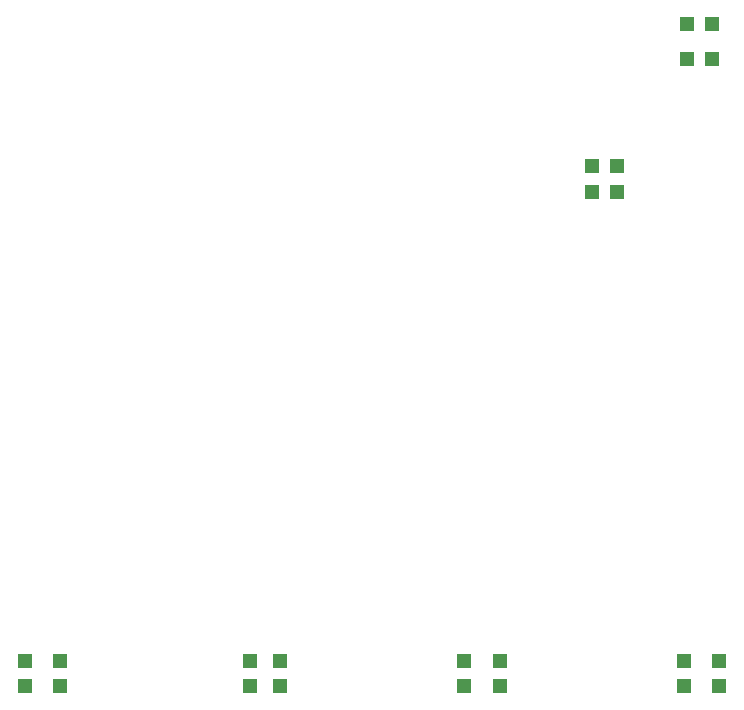
<source format=gbr>
G04 EAGLE Gerber RS-274X export*
G75*
%MOMM*%
%FSLAX34Y34*%
%LPD*%
%INSolderpaste Bottom*%
%IPPOS*%
%AMOC8*
5,1,8,0,0,1.08239X$1,22.5*%
G01*
%ADD10R,1.200000X1.200000*%


D10*
X887000Y59500D03*
X887000Y80500D03*
X857000Y59500D03*
X857000Y80500D03*
X800500Y500000D03*
X779500Y500000D03*
X800500Y477500D03*
X779500Y477500D03*
X701000Y59500D03*
X701000Y80500D03*
X671000Y59500D03*
X671000Y80500D03*
X515000Y59500D03*
X515000Y80500D03*
X490000Y59500D03*
X490000Y80500D03*
X329000Y59500D03*
X329000Y80500D03*
X299000Y59500D03*
X299000Y80500D03*
X880500Y590000D03*
X859500Y590000D03*
X880500Y620000D03*
X859500Y620000D03*
M02*

</source>
